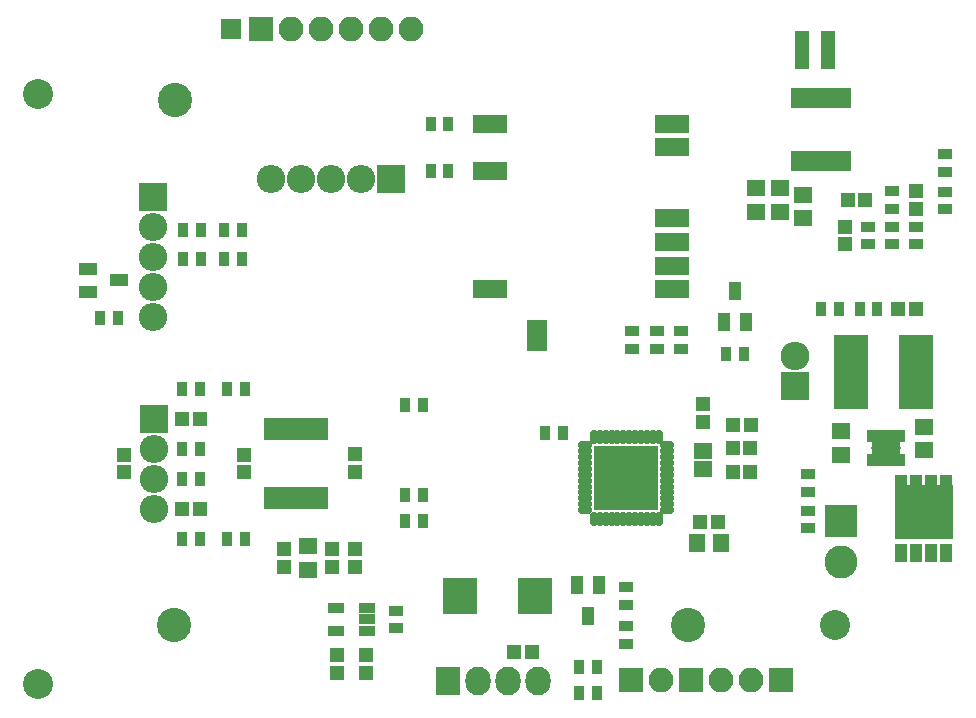
<source format=gts>
G04 #@! TF.FileFunction,Soldermask,Top*
%FSLAX46Y46*%
G04 Gerber Fmt 4.6, Leading zero omitted, Abs format (unit mm)*
G04 Created by KiCad (PCBNEW 4.0.7) date 2018 October 22, Monday 01:25:24*
%MOMM*%
%LPD*%
G01*
G04 APERTURE LIST*
%ADD10C,0.050000*%
%ADD11C,2.540000*%
%ADD12C,2.900000*%
%ADD13R,1.150000X1.200000*%
%ADD14R,1.200000X1.150000*%
%ADD15C,2.800000*%
%ADD16R,2.800000X2.800000*%
%ADD17R,2.432000X2.432000*%
%ADD18O,2.432000X2.432000*%
%ADD19R,1.289000X1.289000*%
%ADD20R,2.100000X2.100000*%
%ADD21O,2.100000X2.100000*%
%ADD22R,1.300000X0.900000*%
%ADD23R,0.900000X1.300000*%
%ADD24O,0.680000X1.250000*%
%ADD25O,1.250000X0.680000*%
%ADD26R,5.500000X5.500000*%
%ADD27R,0.850000X1.900000*%
%ADD28R,1.649680X1.398220*%
%ADD29R,2.850000X6.300000*%
%ADD30R,1.200000X3.300000*%
%ADD31R,0.781000X1.797000*%
%ADD32O,2.398980X2.398980*%
%ADD33R,2.398980X2.398980*%
%ADD34R,2.900000X1.500000*%
%ADD35R,1.670000X1.365200*%
%ADD36R,1.100000X1.600000*%
%ADD37R,4.900000X4.690000*%
%ADD38R,1.950000X2.000000*%
%ADD39R,1.950000X1.600000*%
%ADD40R,2.400000X1.300000*%
%ADD41R,0.650000X1.000000*%
%ADD42C,1.004800*%
%ADD43C,1.009600*%
%ADD44R,1.050000X1.620000*%
%ADD45R,1.620000X1.050000*%
%ADD46R,1.650000X1.400000*%
%ADD47R,1.400000X1.650000*%
%ADD48R,2.950000X3.100000*%
%ADD49R,2.127200X2.432000*%
%ADD50O,2.127200X2.432000*%
%ADD51R,1.750000X1.750000*%
%ADD52R,1.400000X0.950000*%
G04 APERTURE END LIST*
D10*
D11*
X66210000Y5005000D03*
X-1290000Y50005000D03*
D12*
X10190000Y5000000D03*
X53750000Y5000000D03*
D13*
X55000000Y22250000D03*
X55000000Y23750000D03*
D14*
X57500000Y20000000D03*
X59000000Y20000000D03*
X57500000Y18000000D03*
X59000000Y18000000D03*
X56250000Y13705000D03*
X54750000Y13705000D03*
X39000000Y2750000D03*
X40500000Y2750000D03*
X71500000Y31750000D03*
X73000000Y31750000D03*
D13*
X5940000Y19440000D03*
X5940000Y17940000D03*
D14*
X10905000Y22500000D03*
X12405000Y22500000D03*
X10905000Y14880000D03*
X12405000Y14880000D03*
D13*
X16100000Y17940000D03*
X16100000Y19440000D03*
X25500000Y18000000D03*
X25500000Y19500000D03*
X25545000Y11440000D03*
X25545000Y9940000D03*
X23545000Y9940000D03*
X23545000Y11440000D03*
X19545000Y9940000D03*
X19545000Y11440000D03*
D15*
X66690000Y10355000D03*
D16*
X66690000Y13855000D03*
D17*
X62750000Y25250000D03*
D18*
X62750000Y27790000D03*
D19*
X57500000Y22000000D03*
X59024000Y22000000D03*
D20*
X61600000Y330000D03*
D21*
X59060000Y330000D03*
D20*
X48900000Y330000D03*
D21*
X51440000Y330000D03*
D22*
X63890000Y16305000D03*
X63890000Y17805000D03*
X63890000Y13205000D03*
X63890000Y14705000D03*
X73000000Y38750000D03*
X73000000Y37250000D03*
X71000000Y41750000D03*
X71000000Y40250000D03*
X71000000Y37250000D03*
X71000000Y38750000D03*
X48490000Y3455000D03*
X48490000Y4955000D03*
X75490000Y43405000D03*
X75490000Y44905000D03*
X75490000Y41705000D03*
X75490000Y40205000D03*
D23*
X65000000Y31750000D03*
X66500000Y31750000D03*
X68250000Y31750000D03*
X69750000Y31750000D03*
X31940000Y47455000D03*
X33440000Y47455000D03*
X12405000Y17420000D03*
X10905000Y17420000D03*
X12405000Y19960000D03*
X10905000Y19960000D03*
X12405000Y25040000D03*
X10905000Y25040000D03*
X12405000Y12340000D03*
X10905000Y12340000D03*
X16215000Y12340000D03*
X14715000Y12340000D03*
X16215000Y25040000D03*
X14715000Y25040000D03*
X31295000Y23690000D03*
X29795000Y23690000D03*
X31295000Y16010000D03*
X29795000Y16010000D03*
X31295000Y13810000D03*
X29795000Y13810000D03*
X5450000Y31000000D03*
X3950000Y31000000D03*
X12450000Y38500000D03*
X10950000Y38500000D03*
X10950000Y36000000D03*
X12450000Y36000000D03*
X15950000Y38500000D03*
X14450000Y38500000D03*
X14450000Y36000000D03*
X15950000Y36000000D03*
D24*
X51250000Y20975000D03*
X50750000Y20975000D03*
X50250000Y20975000D03*
X49750000Y20975000D03*
X49250000Y20975000D03*
X48750000Y20975000D03*
X48250000Y20975000D03*
X47750000Y20975000D03*
X47250000Y20975000D03*
X46750000Y20975000D03*
X46250000Y20975000D03*
X45750000Y20975000D03*
D25*
X45025000Y20250000D03*
X45025000Y19750000D03*
X45025000Y19250000D03*
X45025000Y18750000D03*
X45025000Y18250000D03*
X45025000Y17750000D03*
X45025000Y17250000D03*
X45025000Y16750000D03*
X45025000Y16250000D03*
X45025000Y15750000D03*
X45025000Y15250000D03*
X45025000Y14750000D03*
D24*
X45750000Y14025000D03*
X46250000Y14025000D03*
X46750000Y14025000D03*
X47250000Y14025000D03*
X47750000Y14025000D03*
X48250000Y14025000D03*
X48750000Y14025000D03*
X49250000Y14025000D03*
X49750000Y14025000D03*
X50250000Y14025000D03*
X50750000Y14025000D03*
X51250000Y14025000D03*
D25*
X51975000Y14750000D03*
X51975000Y15250000D03*
X51975000Y15750000D03*
X51975000Y16250000D03*
X51975000Y16750000D03*
X51975000Y17250000D03*
X51975000Y17750000D03*
X51975000Y18250000D03*
X51975000Y18750000D03*
X51975000Y19250000D03*
X51975000Y19750000D03*
X51975000Y20250000D03*
D26*
X48500000Y17500000D03*
D27*
X22820000Y21640000D03*
X22170000Y21640000D03*
X21520000Y21640000D03*
X20870000Y21640000D03*
X20220000Y21640000D03*
X19570000Y21640000D03*
X18920000Y21640000D03*
X18270000Y21640000D03*
X18270000Y15740000D03*
X18920000Y15740000D03*
X19570000Y15740000D03*
X20220000Y15740000D03*
X20870000Y15740000D03*
X21520000Y15740000D03*
X22170000Y15740000D03*
X22820000Y15740000D03*
D28*
X55000000Y19749300D03*
X55000000Y18250700D03*
D20*
X53980000Y330000D03*
D21*
X56520000Y330000D03*
D12*
X10250000Y49500000D03*
D13*
X67000000Y37250000D03*
X67000000Y38750000D03*
D14*
X68750000Y41000000D03*
X67250000Y41000000D03*
D13*
X73000000Y40250000D03*
X73000000Y41750000D03*
D29*
X73065000Y26455000D03*
X67515000Y26455000D03*
D30*
X65600000Y53750000D03*
X63400000Y53750000D03*
D22*
X69000000Y37250000D03*
X69000000Y38750000D03*
D31*
X67222500Y49667000D03*
X66587500Y49667000D03*
X65952500Y49667000D03*
X65317500Y49667000D03*
X64682500Y49667000D03*
X64047500Y49667000D03*
X63412500Y49667000D03*
X62777500Y49667000D03*
X62777500Y44333000D03*
X63412500Y44333000D03*
X64047500Y44333000D03*
X64682500Y44333000D03*
X65317500Y44333000D03*
X65952500Y44333000D03*
X66587500Y44333000D03*
X67222500Y44333000D03*
D32*
X20960000Y42760000D03*
D33*
X28580000Y42760000D03*
D32*
X26040000Y42760000D03*
X23500000Y42760000D03*
X18420000Y42760000D03*
X8480000Y14880000D03*
D33*
X8480000Y22500000D03*
D32*
X8480000Y19960000D03*
X8480000Y17420000D03*
X8440000Y33680000D03*
D33*
X8440000Y41300000D03*
D32*
X8440000Y38760000D03*
X8440000Y36220000D03*
X8440000Y31140000D03*
D20*
X17610000Y55500000D03*
D21*
X20150000Y55500000D03*
X22690000Y55500000D03*
X25230000Y55500000D03*
X27770000Y55500000D03*
X30310000Y55500000D03*
D23*
X31940000Y43455000D03*
X33440000Y43455000D03*
D22*
X53090000Y28405000D03*
X53090000Y29905000D03*
X48990000Y28395000D03*
X48990000Y29895000D03*
X51085000Y28395000D03*
X51085000Y29895000D03*
D34*
X36990000Y47455000D03*
X36990000Y43455000D03*
X36990000Y33455000D03*
X52390000Y33455000D03*
X52390000Y35455000D03*
X52390000Y37455000D03*
X52390000Y39455000D03*
X52390000Y45455000D03*
X52390000Y47455000D03*
D35*
X40940000Y28935000D03*
X40940000Y30205000D03*
D36*
X71780000Y11155000D03*
X73050000Y11155000D03*
X74330000Y11155000D03*
X75600000Y11155000D03*
X75600000Y16955000D03*
X74330000Y16955000D03*
X73050000Y16955000D03*
X71780000Y16955000D03*
D37*
X73690000Y14555000D03*
D38*
X72600000Y15305000D03*
X74780000Y15305000D03*
D39*
X72600000Y13305000D03*
X74780000Y13305000D03*
D40*
X70500000Y20000000D03*
D41*
X70750000Y21000000D03*
D42*
X71250000Y20000000D03*
D43*
X69750000Y20000000D03*
D41*
X71750000Y21000000D03*
X71250000Y21000000D03*
X70250000Y21000000D03*
X69750000Y21000000D03*
X69250000Y21000000D03*
X69250000Y19000000D03*
X69750000Y19000000D03*
X70250000Y19000000D03*
X70750000Y19000000D03*
X71250000Y19000000D03*
X71750000Y19000000D03*
D11*
X-1290000Y5000D03*
D44*
X46200000Y8370000D03*
X44300000Y8370000D03*
X45250000Y5750000D03*
X56760000Y30695000D03*
X58660000Y30695000D03*
X57710000Y33315000D03*
D45*
X2885000Y35160000D03*
X2885000Y33260000D03*
X5505000Y34210000D03*
D46*
X73690000Y21805000D03*
X73690000Y19805000D03*
X63500000Y41455000D03*
X63500000Y39455000D03*
X66690000Y21455000D03*
X66690000Y19455000D03*
X59500000Y42000000D03*
X59500000Y40000000D03*
X61500000Y42000000D03*
X61500000Y40000000D03*
D47*
X56500000Y11955000D03*
X54500000Y11955000D03*
D48*
X40810000Y7505000D03*
X34460000Y7505000D03*
D46*
X21545000Y9690000D03*
X21545000Y11690000D03*
D23*
X43110000Y21305000D03*
X41610000Y21305000D03*
D22*
X48500000Y8250000D03*
X48500000Y6750000D03*
D23*
X58460000Y28005000D03*
X56960000Y28005000D03*
D49*
X33420000Y250000D03*
D50*
X35960000Y250000D03*
X38500000Y250000D03*
X41040000Y250000D03*
D51*
X15000000Y55500000D03*
D23*
X46000000Y-750000D03*
X44500000Y-750000D03*
X46000000Y1500000D03*
X44500000Y1500000D03*
D13*
X26500000Y2500000D03*
X26500000Y1000000D03*
X24000000Y2500000D03*
X24000000Y1000000D03*
D22*
X29000000Y4750000D03*
X29000000Y6250000D03*
D52*
X26550000Y4550000D03*
X26550000Y5500000D03*
X26550000Y6450000D03*
X23950000Y6450000D03*
X23950000Y4550000D03*
M02*

</source>
